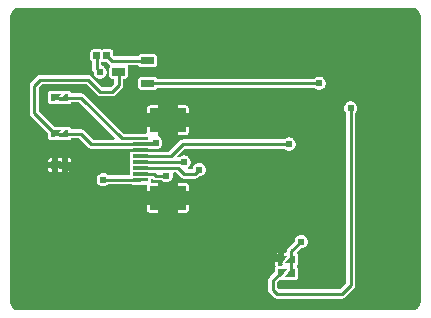
<source format=gbl>
G04 Layer: BottomLayer*
G04 EasyEDA v6.4.25, 2021-12-06T02:48:24+01:00*
G04 3d30912b60d9496eba34c91f18b07311,db93e8822c7348a7aec6f6efa12e507d,10*
G04 Gerber Generator version 0.2*
G04 Scale: 100 percent, Rotated: No, Reflected: No *
G04 Dimensions in millimeters *
G04 leading zeros omitted , absolute positions ,4 integer and 5 decimal *
%FSLAX45Y45*%
%MOMM*%

%ADD10C,0.2540*%
%ADD11C,0.3500*%
%ADD12C,0.6096*%

%LPD*%
G36*
X101244Y-2590088D02*
G01*
X88747Y-2589123D01*
X78486Y-2586786D01*
X68630Y-2582976D01*
X59385Y-2577846D01*
X51003Y-2571445D01*
X43637Y-2563876D01*
X37388Y-2555392D01*
X32410Y-2546096D01*
X28803Y-2536139D01*
X26670Y-2525826D01*
X25908Y-2514752D01*
X25908Y-101244D01*
X26873Y-88747D01*
X29209Y-78486D01*
X33020Y-68630D01*
X38150Y-59385D01*
X44551Y-51003D01*
X52120Y-43637D01*
X60604Y-37388D01*
X69951Y-32410D01*
X79857Y-28803D01*
X90170Y-26670D01*
X101244Y-25908D01*
X3424732Y-25908D01*
X3437229Y-26873D01*
X3447542Y-29209D01*
X3457397Y-33020D01*
X3466592Y-38150D01*
X3474974Y-44551D01*
X3482390Y-52120D01*
X3488639Y-60604D01*
X3493617Y-69951D01*
X3497173Y-79857D01*
X3499307Y-90170D01*
X3500069Y-101244D01*
X3500069Y-2514752D01*
X3499104Y-2527249D01*
X3496767Y-2537561D01*
X3493008Y-2547366D01*
X3487826Y-2556611D01*
X3481425Y-2564993D01*
X3473907Y-2572359D01*
X3465372Y-2578608D01*
X3456076Y-2583586D01*
X3446170Y-2587193D01*
X3435807Y-2589326D01*
X3424732Y-2590088D01*
G37*

%LPC*%
G36*
X2286508Y-2489708D02*
G01*
X2831592Y-2489708D01*
X2839618Y-2488895D01*
X2846832Y-2486710D01*
X2853537Y-2483154D01*
X2859735Y-2478024D01*
X2935224Y-2402535D01*
X2940354Y-2396337D01*
X2943910Y-2389632D01*
X2946095Y-2382418D01*
X2946908Y-2374392D01*
X2946908Y-921308D01*
X2947670Y-917397D01*
X2949905Y-914095D01*
X2951480Y-912520D01*
X2957118Y-904494D01*
X2961233Y-895553D01*
X2963773Y-886104D01*
X2964637Y-876300D01*
X2963773Y-866495D01*
X2961233Y-857046D01*
X2957118Y-848106D01*
X2951480Y-840079D01*
X2944520Y-833119D01*
X2936494Y-827481D01*
X2927553Y-823366D01*
X2918104Y-820826D01*
X2908300Y-819962D01*
X2898495Y-820826D01*
X2889046Y-823366D01*
X2880106Y-827481D01*
X2872079Y-833119D01*
X2865120Y-840079D01*
X2859481Y-848106D01*
X2855366Y-857046D01*
X2852826Y-866495D01*
X2851962Y-876300D01*
X2852826Y-886104D01*
X2855366Y-895553D01*
X2859481Y-904494D01*
X2865120Y-912520D01*
X2866694Y-914095D01*
X2868930Y-917397D01*
X2869692Y-921308D01*
X2869692Y-2354681D01*
X2868930Y-2358593D01*
X2866694Y-2361895D01*
X2819095Y-2409494D01*
X2815793Y-2411730D01*
X2811881Y-2412492D01*
X2306218Y-2412492D01*
X2302306Y-2411730D01*
X2299004Y-2409494D01*
X2289505Y-2399995D01*
X2287270Y-2396693D01*
X2286508Y-2392781D01*
X2286508Y-2357018D01*
X2287270Y-2353106D01*
X2289505Y-2349804D01*
X2304592Y-2334717D01*
X2307894Y-2332482D01*
X2311806Y-2331720D01*
X2319731Y-2331720D01*
X2326132Y-2330958D01*
X2335479Y-2327402D01*
X2339289Y-2327351D01*
X2343505Y-2329129D01*
X2348890Y-2331008D01*
X2355189Y-2331720D01*
X2434031Y-2331720D01*
X2440330Y-2331008D01*
X2445816Y-2329078D01*
X2450693Y-2326030D01*
X2454808Y-2321915D01*
X2457856Y-2317038D01*
X2459786Y-2311552D01*
X2460498Y-2305253D01*
X2460498Y-2241346D01*
X2459786Y-2235047D01*
X2457856Y-2229561D01*
X2454808Y-2224684D01*
X2453436Y-2223312D01*
X2451252Y-2220061D01*
X2450490Y-2216150D01*
X2451252Y-2212238D01*
X2453436Y-2208987D01*
X2454808Y-2207615D01*
X2457856Y-2202738D01*
X2459786Y-2197252D01*
X2460498Y-2190953D01*
X2460498Y-2127046D01*
X2459786Y-2120747D01*
X2457856Y-2115261D01*
X2452370Y-2106879D01*
X2451608Y-2102967D01*
X2452370Y-2099106D01*
X2454605Y-2095804D01*
X2484678Y-2065731D01*
X2487574Y-2063699D01*
X2490978Y-2062784D01*
X2499004Y-2062073D01*
X2508453Y-2059533D01*
X2517394Y-2055418D01*
X2525420Y-2049780D01*
X2532380Y-2042820D01*
X2538018Y-2034793D01*
X2542133Y-2025853D01*
X2544673Y-2016404D01*
X2545537Y-2006600D01*
X2544673Y-1996795D01*
X2542133Y-1987346D01*
X2538018Y-1978406D01*
X2532380Y-1970379D01*
X2525420Y-1963420D01*
X2517394Y-1957781D01*
X2508453Y-1953666D01*
X2499004Y-1951126D01*
X2489200Y-1950262D01*
X2479395Y-1951126D01*
X2469946Y-1953666D01*
X2461006Y-1957781D01*
X2452979Y-1963420D01*
X2446020Y-1970379D01*
X2440381Y-1978406D01*
X2436266Y-1987346D01*
X2433726Y-1996795D01*
X2433015Y-2004822D01*
X2432100Y-2008225D01*
X2430068Y-2011121D01*
X2377694Y-2063546D01*
X2372563Y-2069744D01*
X2369007Y-2076450D01*
X2366822Y-2083663D01*
X2366060Y-2091436D01*
X2364994Y-2094992D01*
X2362758Y-2097938D01*
X2359558Y-2099919D01*
X2355900Y-2100580D01*
X2346807Y-2100580D01*
X2346807Y-2136902D01*
X2350160Y-2138730D01*
X2352649Y-2141728D01*
X2353767Y-2145436D01*
X2353462Y-2149297D01*
X2351735Y-2152751D01*
X2334412Y-2175256D01*
X2331161Y-2180691D01*
X2329332Y-2186127D01*
X2328773Y-2191816D01*
X2329484Y-2197506D01*
X2330856Y-2201265D01*
X2331415Y-2205075D01*
X2330551Y-2208885D01*
X2328316Y-2212035D01*
X2325065Y-2214118D01*
X2321255Y-2214880D01*
X2304186Y-2214880D01*
X2300325Y-2214118D01*
X2297023Y-2211882D01*
X2294839Y-2208631D01*
X2294026Y-2204720D01*
X2294026Y-2181606D01*
X2264410Y-2181606D01*
X2264410Y-2190953D01*
X2265121Y-2197252D01*
X2267051Y-2202738D01*
X2270099Y-2207615D01*
X2271471Y-2208987D01*
X2273655Y-2212238D01*
X2274417Y-2216150D01*
X2273655Y-2220061D01*
X2271471Y-2223312D01*
X2270099Y-2224684D01*
X2267051Y-2229561D01*
X2265121Y-2235047D01*
X2264410Y-2241346D01*
X2264410Y-2261463D01*
X2263648Y-2265375D01*
X2261412Y-2268677D01*
X2220976Y-2309164D01*
X2215845Y-2315362D01*
X2212289Y-2322068D01*
X2210104Y-2329281D01*
X2209292Y-2337308D01*
X2209292Y-2412492D01*
X2210104Y-2420518D01*
X2212289Y-2427732D01*
X2215845Y-2434437D01*
X2220976Y-2440635D01*
X2258364Y-2478024D01*
X2264562Y-2483154D01*
X2271268Y-2486710D01*
X2278481Y-2488895D01*
G37*
G36*
X2264410Y-2136394D02*
G01*
X2294026Y-2136394D01*
X2294026Y-2100580D01*
X2290876Y-2100580D01*
X2284577Y-2101291D01*
X2279091Y-2103221D01*
X2274214Y-2106269D01*
X2270099Y-2110384D01*
X2267051Y-2115261D01*
X2265121Y-2120747D01*
X2264410Y-2127046D01*
G37*
G36*
X1442212Y-1763014D02*
G01*
X1510284Y-1763014D01*
X1516583Y-1762302D01*
X1522069Y-1760372D01*
X1526946Y-1757273D01*
X1531061Y-1753209D01*
X1534109Y-1748282D01*
X1536039Y-1742846D01*
X1536750Y-1736547D01*
X1536750Y-1693468D01*
X1442212Y-1693468D01*
G37*
G36*
X1211427Y-1763014D02*
G01*
X1279499Y-1763014D01*
X1279499Y-1693468D01*
X1184960Y-1693468D01*
X1184960Y-1736547D01*
X1185672Y-1742846D01*
X1187551Y-1748282D01*
X1190650Y-1753209D01*
X1194714Y-1757273D01*
X1199642Y-1760372D01*
X1205077Y-1762302D01*
G37*
G36*
X1442212Y-1580743D02*
G01*
X1536750Y-1580743D01*
X1536750Y-1537665D01*
X1536039Y-1531366D01*
X1534109Y-1525879D01*
X1531061Y-1521002D01*
X1526946Y-1516888D01*
X1522069Y-1513789D01*
X1516583Y-1511909D01*
X1510284Y-1511198D01*
X1442212Y-1511198D01*
G37*
G36*
X1184960Y-1580743D02*
G01*
X1279499Y-1580743D01*
X1279499Y-1511198D01*
X1226566Y-1511198D01*
X1222451Y-1510284D01*
X1218996Y-1507794D01*
X1216914Y-1504086D01*
X1216507Y-1499870D01*
X1216761Y-1497533D01*
X1216761Y-1485595D01*
X1217472Y-1481886D01*
X1219504Y-1478635D01*
X1222603Y-1476400D01*
X1226312Y-1475486D01*
X1230071Y-1475943D01*
X1233424Y-1477822D01*
X1235913Y-1479854D01*
X1242568Y-1483410D01*
X1249781Y-1485595D01*
X1257808Y-1486408D01*
X1301191Y-1486408D01*
X1305102Y-1487170D01*
X1308404Y-1489405D01*
X1309979Y-1490980D01*
X1318006Y-1496618D01*
X1326946Y-1500733D01*
X1336395Y-1503273D01*
X1346200Y-1504137D01*
X1356004Y-1503273D01*
X1365453Y-1500733D01*
X1374394Y-1496618D01*
X1382420Y-1490980D01*
X1389380Y-1484020D01*
X1395018Y-1475994D01*
X1399133Y-1467053D01*
X1401673Y-1457604D01*
X1402537Y-1447800D01*
X1401673Y-1437995D01*
X1400759Y-1434490D01*
X1400454Y-1430832D01*
X1401521Y-1427276D01*
X1403756Y-1424330D01*
X1406906Y-1422400D01*
X1410563Y-1421739D01*
X1426413Y-1421739D01*
X1430274Y-1422501D01*
X1433576Y-1424686D01*
X1470964Y-1462024D01*
X1477162Y-1467154D01*
X1483868Y-1470710D01*
X1491081Y-1472895D01*
X1499108Y-1473708D01*
X1586992Y-1473708D01*
X1595018Y-1472895D01*
X1602232Y-1470710D01*
X1608937Y-1467154D01*
X1615135Y-1462024D01*
X1621078Y-1456131D01*
X1623974Y-1454099D01*
X1627378Y-1453184D01*
X1635404Y-1452473D01*
X1644853Y-1449933D01*
X1653793Y-1445818D01*
X1661820Y-1440180D01*
X1668780Y-1433220D01*
X1674418Y-1425194D01*
X1678533Y-1416253D01*
X1681073Y-1406804D01*
X1681937Y-1397000D01*
X1681073Y-1387195D01*
X1678533Y-1377746D01*
X1674418Y-1368806D01*
X1668780Y-1360779D01*
X1661820Y-1353820D01*
X1653793Y-1348181D01*
X1644853Y-1344066D01*
X1635404Y-1341526D01*
X1625600Y-1340662D01*
X1615795Y-1341526D01*
X1606346Y-1344066D01*
X1597406Y-1348181D01*
X1589379Y-1353820D01*
X1582420Y-1360779D01*
X1576781Y-1368806D01*
X1572666Y-1377746D01*
X1569110Y-1390802D01*
X1566824Y-1393799D01*
X1563674Y-1395780D01*
X1559966Y-1396492D01*
X1538732Y-1396492D01*
X1534566Y-1395577D01*
X1531162Y-1393088D01*
X1529029Y-1389380D01*
X1528622Y-1385163D01*
X1529994Y-1381099D01*
X1532890Y-1378000D01*
X1534820Y-1376680D01*
X1541780Y-1369720D01*
X1547418Y-1361694D01*
X1551533Y-1352753D01*
X1554073Y-1343304D01*
X1554937Y-1333500D01*
X1554073Y-1323695D01*
X1551533Y-1314246D01*
X1547418Y-1305306D01*
X1541780Y-1297279D01*
X1534820Y-1290320D01*
X1526794Y-1284681D01*
X1517853Y-1280566D01*
X1508404Y-1278026D01*
X1498600Y-1277162D01*
X1488795Y-1278026D01*
X1479346Y-1280566D01*
X1470406Y-1284681D01*
X1462379Y-1290320D01*
X1460804Y-1291894D01*
X1457502Y-1294130D01*
X1453591Y-1294892D01*
X1451254Y-1294892D01*
X1447342Y-1294130D01*
X1444040Y-1291894D01*
X1441856Y-1288643D01*
X1441094Y-1284732D01*
X1441856Y-1280820D01*
X1444040Y-1277569D01*
X1498904Y-1222705D01*
X1502206Y-1220470D01*
X1506118Y-1219708D01*
X2342591Y-1219708D01*
X2346502Y-1220470D01*
X2349804Y-1222705D01*
X2351379Y-1224280D01*
X2359406Y-1229918D01*
X2368346Y-1234033D01*
X2377795Y-1236573D01*
X2387600Y-1237437D01*
X2397404Y-1236573D01*
X2406853Y-1234033D01*
X2415794Y-1229918D01*
X2423820Y-1224280D01*
X2430780Y-1217320D01*
X2436418Y-1209294D01*
X2440533Y-1200353D01*
X2443073Y-1190904D01*
X2443937Y-1181100D01*
X2443073Y-1171295D01*
X2440533Y-1161846D01*
X2436418Y-1152906D01*
X2430780Y-1144879D01*
X2423820Y-1137920D01*
X2415794Y-1132281D01*
X2406853Y-1128166D01*
X2397404Y-1125626D01*
X2387600Y-1124762D01*
X2377795Y-1125626D01*
X2368346Y-1128166D01*
X2359406Y-1132281D01*
X2351379Y-1137920D01*
X2349804Y-1139494D01*
X2346502Y-1141730D01*
X2342591Y-1142492D01*
X1486408Y-1142492D01*
X1478381Y-1143304D01*
X1471168Y-1145489D01*
X1464462Y-1149045D01*
X1458264Y-1154176D01*
X1370787Y-1241602D01*
X1367485Y-1243838D01*
X1363573Y-1244600D01*
X1263091Y-1244600D01*
X1258824Y-1243634D01*
X1255318Y-1240993D01*
X1253286Y-1237081D01*
X1253083Y-1232662D01*
X1254760Y-1228598D01*
X1258011Y-1225651D01*
X1262227Y-1224330D01*
X1267104Y-1223873D01*
X1276553Y-1221333D01*
X1285494Y-1217218D01*
X1293520Y-1211580D01*
X1300480Y-1204620D01*
X1306118Y-1196594D01*
X1310233Y-1187653D01*
X1312773Y-1178204D01*
X1313637Y-1168400D01*
X1312773Y-1158595D01*
X1310233Y-1149146D01*
X1306118Y-1140206D01*
X1300480Y-1132179D01*
X1293520Y-1125220D01*
X1282242Y-1117295D01*
X1280210Y-1114094D01*
X1279499Y-1110335D01*
X1279499Y-1035456D01*
X1184960Y-1035456D01*
X1184960Y-1078534D01*
X1185214Y-1080922D01*
X1184808Y-1085138D01*
X1182674Y-1088796D01*
X1179271Y-1091285D01*
X1175105Y-1092200D01*
X1066393Y-1092200D01*
X1060094Y-1092911D01*
X1057198Y-1093927D01*
X1053846Y-1094486D01*
X988212Y-1094486D01*
X984300Y-1093724D01*
X980998Y-1091488D01*
X649935Y-760476D01*
X643737Y-755345D01*
X637032Y-751789D01*
X629818Y-749604D01*
X621792Y-748792D01*
X548995Y-748792D01*
X545642Y-748233D01*
X542645Y-746556D01*
X540410Y-744016D01*
X537108Y-738784D01*
X532993Y-734669D01*
X528116Y-731621D01*
X522630Y-729691D01*
X516331Y-728980D01*
X487476Y-728980D01*
X481076Y-729742D01*
X471779Y-733247D01*
X467969Y-733298D01*
X463854Y-731570D01*
X458419Y-729691D01*
X452170Y-728980D01*
X373176Y-728980D01*
X366877Y-729691D01*
X361391Y-731621D01*
X356514Y-734669D01*
X352399Y-738784D01*
X349351Y-743661D01*
X347421Y-749147D01*
X346710Y-755446D01*
X346710Y-819353D01*
X347421Y-825652D01*
X349351Y-831138D01*
X352399Y-836015D01*
X356514Y-840130D01*
X361391Y-843178D01*
X366877Y-845108D01*
X373176Y-845819D01*
X402031Y-845819D01*
X408432Y-845058D01*
X417779Y-841502D01*
X421589Y-841451D01*
X425805Y-843229D01*
X431190Y-845108D01*
X437489Y-845819D01*
X516331Y-845819D01*
X522630Y-845108D01*
X528116Y-843178D01*
X532993Y-840130D01*
X537108Y-836015D01*
X540410Y-830783D01*
X542645Y-828243D01*
X545642Y-826566D01*
X548995Y-826008D01*
X602081Y-826008D01*
X605993Y-826769D01*
X609295Y-829005D01*
X907440Y-1127150D01*
X909675Y-1130452D01*
X910437Y-1134364D01*
X909675Y-1138224D01*
X907440Y-1141526D01*
X904138Y-1143711D01*
X900277Y-1144524D01*
X733399Y-1144524D01*
X729538Y-1143711D01*
X726236Y-1141526D01*
X649935Y-1065276D01*
X643737Y-1060145D01*
X637032Y-1056589D01*
X629818Y-1054404D01*
X621792Y-1053592D01*
X548995Y-1053592D01*
X545642Y-1053033D01*
X542645Y-1051356D01*
X540410Y-1048816D01*
X537108Y-1043584D01*
X532993Y-1039469D01*
X528116Y-1036421D01*
X522630Y-1034491D01*
X516331Y-1033780D01*
X487476Y-1033780D01*
X481076Y-1034542D01*
X471779Y-1038047D01*
X467969Y-1038098D01*
X463854Y-1036370D01*
X458419Y-1034491D01*
X452170Y-1033780D01*
X403098Y-1033780D01*
X399237Y-1033018D01*
X395935Y-1030782D01*
X270205Y-905052D01*
X267970Y-901750D01*
X267208Y-897890D01*
X267208Y-706018D01*
X267970Y-702106D01*
X270205Y-698804D01*
X292404Y-676605D01*
X295706Y-674370D01*
X299618Y-673608D01*
X665581Y-673608D01*
X669493Y-674370D01*
X672795Y-676605D01*
X759764Y-763524D01*
X765962Y-768654D01*
X772668Y-772210D01*
X779881Y-774395D01*
X787908Y-775208D01*
X888492Y-775208D01*
X896518Y-774395D01*
X903732Y-772210D01*
X910437Y-768654D01*
X916635Y-763524D01*
X970229Y-709930D01*
X975360Y-703732D01*
X978916Y-697026D01*
X981100Y-689813D01*
X981913Y-681786D01*
X981913Y-637590D01*
X982675Y-633679D01*
X984910Y-630377D01*
X988161Y-628192D01*
X992073Y-627430D01*
X996238Y-627430D01*
X1002537Y-626719D01*
X1008024Y-624789D01*
X1012901Y-621690D01*
X1017016Y-617626D01*
X1020064Y-612698D01*
X1021994Y-607263D01*
X1022705Y-600913D01*
X1022705Y-542086D01*
X1021994Y-535838D01*
X1019403Y-528777D01*
X1018743Y-524967D01*
X1019606Y-521157D01*
X1021842Y-517956D01*
X1025093Y-515874D01*
X1028903Y-515112D01*
X1106271Y-515112D01*
X1109624Y-515670D01*
X1112570Y-517347D01*
X1114856Y-519887D01*
X1116584Y-522630D01*
X1120698Y-526694D01*
X1125575Y-529793D01*
X1131011Y-531672D01*
X1137361Y-532384D01*
X1243228Y-532384D01*
X1249527Y-531672D01*
X1255014Y-529793D01*
X1259890Y-526694D01*
X1264005Y-522630D01*
X1267053Y-517702D01*
X1268984Y-512267D01*
X1269695Y-505917D01*
X1269695Y-447090D01*
X1268984Y-440740D01*
X1267053Y-435305D01*
X1264005Y-430377D01*
X1259890Y-426313D01*
X1255014Y-423214D01*
X1249527Y-421284D01*
X1243228Y-420573D01*
X1137361Y-420573D01*
X1131011Y-421284D01*
X1125575Y-423214D01*
X1120698Y-426313D01*
X1116584Y-430377D01*
X1114856Y-433120D01*
X1112570Y-435660D01*
X1109624Y-437337D01*
X1106271Y-437896D01*
X908303Y-437896D01*
X904392Y-437134D01*
X900531Y-434390D01*
X898347Y-431088D01*
X897585Y-427177D01*
X897585Y-405384D01*
X896874Y-399034D01*
X894943Y-393598D01*
X891844Y-388670D01*
X887780Y-384606D01*
X882853Y-381508D01*
X877417Y-379628D01*
X871118Y-378917D01*
X815644Y-378917D01*
X809345Y-379628D01*
X803452Y-381660D01*
X800100Y-382219D01*
X796747Y-381660D01*
X790854Y-379628D01*
X784555Y-378917D01*
X729081Y-378917D01*
X722782Y-379628D01*
X717346Y-381508D01*
X712419Y-384606D01*
X708355Y-388670D01*
X705256Y-393598D01*
X703326Y-399034D01*
X702614Y-405384D01*
X702614Y-458216D01*
X703326Y-464566D01*
X705256Y-470001D01*
X708355Y-474929D01*
X712419Y-478993D01*
X715975Y-481939D01*
X717651Y-484885D01*
X718210Y-488238D01*
X718210Y-540410D01*
X719023Y-548436D01*
X721207Y-555650D01*
X724763Y-562356D01*
X728929Y-567385D01*
X730453Y-570026D01*
X731164Y-572973D01*
X731926Y-581304D01*
X734466Y-590753D01*
X738581Y-599694D01*
X744220Y-607720D01*
X751179Y-614680D01*
X759206Y-620318D01*
X768146Y-624433D01*
X777595Y-626973D01*
X787400Y-627837D01*
X797204Y-626973D01*
X806653Y-624433D01*
X815594Y-620318D01*
X823620Y-614680D01*
X830580Y-607720D01*
X836218Y-599694D01*
X840333Y-590753D01*
X842873Y-581304D01*
X843584Y-573227D01*
X844143Y-571500D01*
X843584Y-569772D01*
X842873Y-561695D01*
X840333Y-552246D01*
X836218Y-543306D01*
X830580Y-535279D01*
X823620Y-528320D01*
X815594Y-522681D01*
X806653Y-518566D01*
X802944Y-517550D01*
X799033Y-515518D01*
X796391Y-512013D01*
X795426Y-507746D01*
X795426Y-493420D01*
X796137Y-489661D01*
X798220Y-486409D01*
X801370Y-484174D01*
X805129Y-483311D01*
X815644Y-484733D01*
X837488Y-484733D01*
X841349Y-485495D01*
X844651Y-487680D01*
X860450Y-503428D01*
X866648Y-508558D01*
X870407Y-511352D01*
X872236Y-514604D01*
X872794Y-518363D01*
X871982Y-522020D01*
X869594Y-525373D01*
X866495Y-530301D01*
X864616Y-535736D01*
X863904Y-542086D01*
X863904Y-568909D01*
X863295Y-571500D01*
X863904Y-574090D01*
X863904Y-600913D01*
X864616Y-607263D01*
X866495Y-612698D01*
X869594Y-617626D01*
X873658Y-621690D01*
X878586Y-624789D01*
X884021Y-626719D01*
X890371Y-627430D01*
X894537Y-627430D01*
X898448Y-628192D01*
X901700Y-630377D01*
X903935Y-633679D01*
X904697Y-637590D01*
X904697Y-662076D01*
X903935Y-665988D01*
X901700Y-669290D01*
X875995Y-694994D01*
X872693Y-697230D01*
X868781Y-697992D01*
X807618Y-697992D01*
X803706Y-697230D01*
X800404Y-694994D01*
X713435Y-608076D01*
X707237Y-602945D01*
X700532Y-599389D01*
X693318Y-597204D01*
X685292Y-596392D01*
X279908Y-596392D01*
X271881Y-597204D01*
X264668Y-599389D01*
X257962Y-602945D01*
X251764Y-608076D01*
X201676Y-658164D01*
X196545Y-664362D01*
X192989Y-671068D01*
X190804Y-678281D01*
X189992Y-686308D01*
X189992Y-917600D01*
X190804Y-925626D01*
X192989Y-932840D01*
X196545Y-939495D01*
X201676Y-945743D01*
X343712Y-1087831D01*
X345948Y-1091133D01*
X346710Y-1094994D01*
X346710Y-1124153D01*
X347421Y-1130452D01*
X349351Y-1135938D01*
X352399Y-1140815D01*
X356514Y-1144930D01*
X361391Y-1147978D01*
X366877Y-1149908D01*
X373176Y-1150620D01*
X402031Y-1150620D01*
X408432Y-1149858D01*
X417779Y-1146302D01*
X421589Y-1146251D01*
X425805Y-1148029D01*
X431190Y-1149908D01*
X437489Y-1150620D01*
X516331Y-1150620D01*
X522630Y-1149908D01*
X528116Y-1147978D01*
X532993Y-1144930D01*
X537108Y-1140815D01*
X540410Y-1135583D01*
X542645Y-1133043D01*
X545642Y-1131366D01*
X548995Y-1130808D01*
X602081Y-1130808D01*
X605993Y-1131570D01*
X609295Y-1133805D01*
X685546Y-1210056D01*
X691794Y-1215186D01*
X698449Y-1218742D01*
X705662Y-1220927D01*
X713689Y-1221740D01*
X1053846Y-1221740D01*
X1057198Y-1222298D01*
X1060704Y-1223518D01*
X1064260Y-1225651D01*
X1066647Y-1229055D01*
X1067511Y-1233119D01*
X1066647Y-1237183D01*
X1064260Y-1240536D01*
X1060704Y-1242669D01*
X1054608Y-1244803D01*
X1051102Y-1246581D01*
X1048308Y-1246936D01*
X1039926Y-1246936D01*
X1040637Y-1253845D01*
X1041552Y-1258112D01*
X1040637Y-1262329D01*
X1039926Y-1268679D01*
X1039926Y-1297533D01*
X1040637Y-1303832D01*
X1041552Y-1308100D01*
X1040637Y-1312367D01*
X1039926Y-1318666D01*
X1039926Y-1347520D01*
X1040637Y-1353870D01*
X1041552Y-1358087D01*
X1040637Y-1362354D01*
X1039926Y-1368653D01*
X1039926Y-1397508D01*
X1040637Y-1403858D01*
X1041552Y-1408125D01*
X1040637Y-1412341D01*
X1039926Y-1418691D01*
X1039926Y-1434338D01*
X1039164Y-1438249D01*
X1036980Y-1441500D01*
X1033678Y-1443736D01*
X1029766Y-1444498D01*
X857808Y-1444498D01*
X853897Y-1443736D01*
X850595Y-1441500D01*
X849020Y-1439926D01*
X840994Y-1434287D01*
X832053Y-1430172D01*
X822604Y-1427632D01*
X812800Y-1426768D01*
X802995Y-1427632D01*
X793546Y-1430172D01*
X784606Y-1434287D01*
X776579Y-1439926D01*
X769620Y-1446885D01*
X763981Y-1454912D01*
X759866Y-1463852D01*
X757326Y-1473301D01*
X756462Y-1483106D01*
X757326Y-1492910D01*
X759866Y-1502359D01*
X763981Y-1511300D01*
X769620Y-1519326D01*
X776579Y-1526286D01*
X784606Y-1531924D01*
X793546Y-1536039D01*
X802995Y-1538579D01*
X812800Y-1539443D01*
X822604Y-1538579D01*
X832053Y-1536039D01*
X840994Y-1531924D01*
X849020Y-1526286D01*
X850595Y-1524711D01*
X853897Y-1522476D01*
X857808Y-1521714D01*
X1053846Y-1521714D01*
X1057198Y-1522272D01*
X1060094Y-1523288D01*
X1066393Y-1524000D01*
X1175105Y-1524000D01*
X1179271Y-1524914D01*
X1182674Y-1527403D01*
X1184808Y-1531061D01*
X1185214Y-1535328D01*
X1184960Y-1537665D01*
G37*
G36*
X513283Y-1417320D02*
G01*
X516331Y-1417320D01*
X522630Y-1416608D01*
X528116Y-1414678D01*
X532993Y-1411630D01*
X537108Y-1407515D01*
X540156Y-1402638D01*
X542086Y-1397152D01*
X542798Y-1390853D01*
X542798Y-1381506D01*
X513283Y-1381506D01*
G37*
G36*
X373176Y-1417320D02*
G01*
X376326Y-1417320D01*
X376326Y-1381506D01*
X346710Y-1381506D01*
X346710Y-1390853D01*
X347421Y-1397152D01*
X349351Y-1402638D01*
X352399Y-1407515D01*
X356514Y-1411630D01*
X361391Y-1414678D01*
X366877Y-1416608D01*
G37*
G36*
X437489Y-1417320D02*
G01*
X460552Y-1417320D01*
X460552Y-1381506D01*
X429107Y-1381506D01*
X429107Y-1415897D01*
X431190Y-1416608D01*
G37*
G36*
X513283Y-1336294D02*
G01*
X542798Y-1336294D01*
X542798Y-1326946D01*
X542086Y-1320647D01*
X540156Y-1315161D01*
X537108Y-1310284D01*
X532993Y-1306169D01*
X528116Y-1303121D01*
X522630Y-1301191D01*
X516331Y-1300480D01*
X513283Y-1300480D01*
G37*
G36*
X346710Y-1336294D02*
G01*
X376326Y-1336294D01*
X376326Y-1300480D01*
X373176Y-1300480D01*
X366877Y-1301191D01*
X361391Y-1303121D01*
X356514Y-1306169D01*
X352399Y-1310284D01*
X349351Y-1315161D01*
X347421Y-1320647D01*
X346710Y-1326946D01*
G37*
G36*
X429107Y-1336294D02*
G01*
X460552Y-1336294D01*
X460552Y-1301953D01*
X458419Y-1301191D01*
X452170Y-1300480D01*
X429107Y-1300480D01*
G37*
G36*
X1442212Y-1105001D02*
G01*
X1510284Y-1105001D01*
X1516583Y-1104290D01*
X1522069Y-1102410D01*
X1526946Y-1099312D01*
X1531061Y-1095197D01*
X1534109Y-1090320D01*
X1536039Y-1084834D01*
X1536750Y-1078534D01*
X1536750Y-1035456D01*
X1442212Y-1035456D01*
G37*
G36*
X1184960Y-922731D02*
G01*
X1279499Y-922731D01*
X1279499Y-853186D01*
X1211427Y-853186D01*
X1205077Y-853897D01*
X1199642Y-855827D01*
X1194714Y-858875D01*
X1190650Y-862990D01*
X1187551Y-867867D01*
X1185672Y-873353D01*
X1184960Y-879652D01*
G37*
G36*
X1442212Y-922731D02*
G01*
X1536750Y-922731D01*
X1536750Y-879652D01*
X1536039Y-873353D01*
X1534109Y-867867D01*
X1531061Y-862990D01*
X1526946Y-858875D01*
X1522069Y-855827D01*
X1516583Y-853897D01*
X1510284Y-853186D01*
X1442212Y-853186D01*
G37*
G36*
X2641600Y-722833D02*
G01*
X2651404Y-721969D01*
X2660853Y-719429D01*
X2669794Y-715314D01*
X2677820Y-709676D01*
X2684780Y-702716D01*
X2690418Y-694690D01*
X2694533Y-685749D01*
X2697073Y-676300D01*
X2697937Y-666496D01*
X2697073Y-656691D01*
X2694533Y-647242D01*
X2690418Y-638302D01*
X2684780Y-630275D01*
X2677820Y-623316D01*
X2669794Y-617677D01*
X2660853Y-613562D01*
X2651404Y-611022D01*
X2641600Y-610158D01*
X2631795Y-611022D01*
X2622346Y-613562D01*
X2613406Y-617677D01*
X2605379Y-623316D01*
X2603804Y-624890D01*
X2600502Y-627126D01*
X2596591Y-627888D01*
X1274318Y-627888D01*
X1270965Y-627329D01*
X1267968Y-625652D01*
X1265732Y-623112D01*
X1264005Y-620369D01*
X1259890Y-616305D01*
X1255014Y-613206D01*
X1249527Y-611327D01*
X1243228Y-610616D01*
X1137361Y-610616D01*
X1131011Y-611327D01*
X1125575Y-613206D01*
X1120698Y-616305D01*
X1116584Y-620369D01*
X1113485Y-625297D01*
X1111605Y-630732D01*
X1110894Y-637082D01*
X1110894Y-695909D01*
X1111605Y-702259D01*
X1113485Y-707694D01*
X1116584Y-712622D01*
X1120698Y-716686D01*
X1125575Y-719785D01*
X1131011Y-721715D01*
X1137361Y-722426D01*
X1243228Y-722426D01*
X1249527Y-721715D01*
X1255014Y-719785D01*
X1259890Y-716686D01*
X1264005Y-712622D01*
X1265732Y-709879D01*
X1267968Y-707339D01*
X1270965Y-705662D01*
X1274318Y-705104D01*
X2596591Y-705104D01*
X2600502Y-705866D01*
X2603804Y-708101D01*
X2605379Y-709676D01*
X2613406Y-715314D01*
X2622346Y-719429D01*
X2631795Y-721969D01*
G37*

%LPD*%
D11*
X1257300Y-1168400D02*
G01*
X1242593Y-1183106D01*
X1128344Y-1183106D01*
D10*
X1128344Y-1383106D02*
G01*
X1446606Y-1383106D01*
X1498600Y-1435100D01*
X1587500Y-1435100D01*
X1625600Y-1397000D01*
X1190294Y-666495D02*
G01*
X2641600Y-666495D01*
X756818Y-431800D02*
G01*
X756818Y-540918D01*
X787400Y-571500D01*
X843381Y-431800D02*
G01*
X888085Y-476504D01*
X1190294Y-476504D01*
X402717Y-787400D02*
G01*
X486918Y-787400D01*
X1128268Y-1133094D02*
G01*
X967994Y-1133094D01*
X622300Y-787400D01*
X486918Y-787400D01*
X1128344Y-1183106D02*
G01*
X713206Y-1183106D01*
X622300Y-1092200D01*
X486918Y-1092200D01*
X486918Y-1092200D02*
G01*
X402717Y-1092200D01*
X402717Y-1358900D02*
G01*
X486918Y-1358900D01*
X1128344Y-1233093D02*
G01*
X710006Y-1233093D01*
X584200Y-1358900D01*
X486918Y-1358900D01*
X1128268Y-1233170D02*
G01*
X1294129Y-1233170D01*
X1360931Y-1166368D01*
X1360931Y-979170D01*
X1128344Y-1483105D02*
G01*
X812800Y-1483105D01*
X1128346Y-1333091D02*
G01*
X1128755Y-1333500D01*
X1498600Y-1333500D01*
X1128346Y-1433090D02*
G01*
X1242590Y-1433090D01*
X1257300Y-1447800D01*
X1346200Y-1447800D01*
X2404618Y-2273300D02*
G01*
X2404618Y-2159000D01*
X2404618Y-2159000D02*
G01*
X2404618Y-2091181D01*
X2489200Y-2006600D01*
X1128268Y-1283207D02*
G01*
X1383792Y-1283207D01*
X1485900Y-1181100D01*
X2387600Y-1181100D01*
X1360830Y-1637106D02*
G01*
X1798523Y-1637106D01*
X2320416Y-2159000D01*
X2320416Y-2273300D02*
G01*
X2311400Y-2273300D01*
X2247900Y-2336800D01*
X2247900Y-2413000D01*
X2286000Y-2451100D01*
X2832100Y-2451100D01*
X2908300Y-2374900D01*
X2908300Y-876300D01*
X402717Y-1092200D02*
G01*
X228600Y-918082D01*
X228600Y-685800D01*
X279400Y-635000D01*
X685800Y-635000D01*
X787400Y-736600D01*
X889000Y-736600D01*
X943305Y-682294D01*
X943305Y-571500D01*
X486918Y-1358900D02*
G01*
X765124Y-1637106D01*
X1360830Y-1637106D01*
G36*
X1065844Y-1118102D02*
G01*
X1065844Y-1148105D01*
X1190843Y-1148105D01*
X1190843Y-1118102D01*
G37*
G36*
X1065844Y-1168102D02*
G01*
X1065844Y-1198105D01*
X1190843Y-1198105D01*
X1190843Y-1168102D01*
G37*
G36*
X1065844Y-1218102D02*
G01*
X1065844Y-1248105D01*
X1190843Y-1248105D01*
X1190843Y-1218102D01*
G37*
G36*
X1065844Y-1268102D02*
G01*
X1065844Y-1298105D01*
X1190843Y-1298105D01*
X1190843Y-1268102D01*
G37*
G36*
X1065844Y-1318102D02*
G01*
X1065844Y-1348104D01*
X1190843Y-1348104D01*
X1190843Y-1318102D01*
G37*
G36*
X1065844Y-1368102D02*
G01*
X1065844Y-1398104D01*
X1190843Y-1398104D01*
X1190843Y-1368102D01*
G37*
G36*
X1065844Y-1418102D02*
G01*
X1065844Y-1448104D01*
X1190843Y-1448104D01*
X1190843Y-1418102D01*
G37*
G36*
X1065844Y-1468102D02*
G01*
X1065844Y-1498104D01*
X1190843Y-1498104D01*
X1190843Y-1468102D01*
G37*
G36*
X1210840Y-879104D02*
G01*
X1210840Y-1079103D01*
X1510842Y-1079103D01*
X1510842Y-879104D01*
G37*
G36*
X1210840Y-1537093D02*
G01*
X1210840Y-1737093D01*
X1510842Y-1737093D01*
X1510842Y-1537093D01*
G37*
G36*
X1136799Y-506503D02*
G01*
X1243799Y-506503D01*
X1243799Y-446504D01*
X1136799Y-446504D01*
G37*
G36*
X1136799Y-696495D02*
G01*
X1243799Y-696495D01*
X1243799Y-636496D01*
X1136799Y-636496D01*
G37*
G36*
X889800Y-601499D02*
G01*
X996800Y-601499D01*
X996800Y-541500D01*
X889800Y-541500D01*
G37*
G36*
X785098Y-458800D02*
G01*
X785098Y-404799D01*
X728535Y-404799D01*
X728535Y-458800D01*
G37*
G36*
X815101Y-458800D02*
G01*
X815101Y-404799D01*
X871664Y-404799D01*
X871664Y-458800D01*
G37*
G36*
X516889Y-754887D02*
G01*
X486918Y-754887D01*
X436918Y-819912D01*
X516889Y-819912D01*
G37*
G36*
X372618Y-819912D02*
G01*
X402589Y-819912D01*
X452716Y-754887D01*
X372618Y-754887D01*
G37*
G36*
X516889Y-1059687D02*
G01*
X486918Y-1059687D01*
X436918Y-1124712D01*
X516889Y-1124712D01*
G37*
G36*
X372618Y-1124712D02*
G01*
X402589Y-1124712D01*
X452716Y-1059687D01*
X372618Y-1059687D01*
G37*
G36*
X2434590Y-2240787D02*
G01*
X2404618Y-2240787D01*
X2354618Y-2305812D01*
X2434590Y-2305812D01*
G37*
G36*
X2290318Y-2305812D02*
G01*
X2320290Y-2305812D01*
X2370416Y-2240787D01*
X2290318Y-2240787D01*
G37*
G36*
X2434590Y-2126487D02*
G01*
X2404618Y-2126487D01*
X2354618Y-2191512D01*
X2434590Y-2191512D01*
G37*
G36*
X2290318Y-2191512D02*
G01*
X2320290Y-2191512D01*
X2370416Y-2126487D01*
X2290318Y-2126487D01*
G37*
G36*
X516889Y-1326387D02*
G01*
X486918Y-1326387D01*
X436918Y-1391412D01*
X516889Y-1391412D01*
G37*
G36*
X372618Y-1391412D02*
G01*
X402589Y-1391412D01*
X452716Y-1326387D01*
X372618Y-1326387D01*
G37*
D12*
G01*
X2641600Y-666495D03*
G01*
X812800Y-1483105D03*
G01*
X787400Y-571500D03*
G01*
X1257300Y-1168400D03*
G01*
X2387600Y-1181100D03*
G01*
X1498600Y-1333500D03*
G01*
X1625600Y-1397000D03*
G01*
X1346200Y-1447800D03*
G01*
X2654300Y-2159000D03*
G01*
X2489200Y-2006600D03*
G01*
X2908300Y-876300D03*
G01*
X1422400Y-2260600D03*
G01*
X2781300Y-1790700D03*
G01*
X2781300Y-1257300D03*
G01*
X2781300Y-1028700D03*
G01*
X2781300Y-1536700D03*
G01*
X3073400Y-1346200D03*
G01*
X3086100Y-1061999D03*
G01*
X3060700Y-1714500D03*
G01*
X3048000Y-1524000D03*
G01*
X3048000Y-1879600D03*
G01*
X1828800Y-1092200D03*
G01*
X2095500Y-1092200D03*
G01*
X1803400Y-1257300D03*
G01*
X2070100Y-1257300D03*
G01*
X177800Y-1130300D03*
G01*
X1397000Y-292100D03*
G01*
X2209800Y-533400D03*
G01*
X2171700Y-1778000D03*
M02*

</source>
